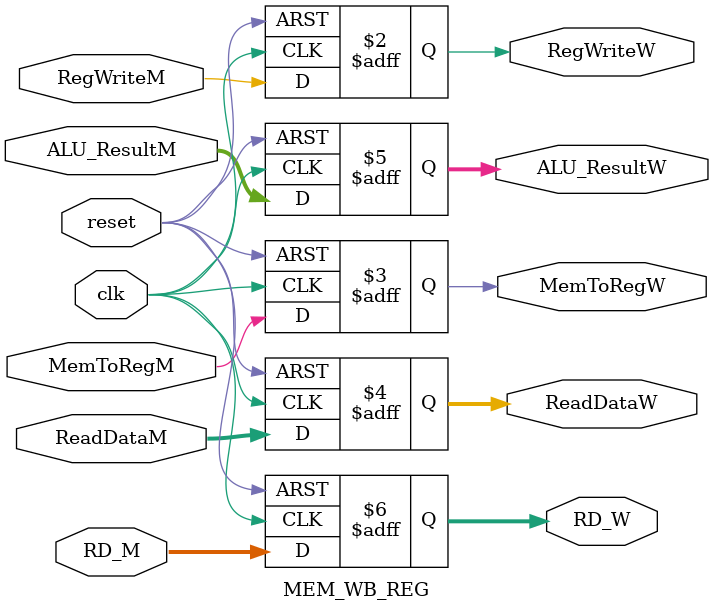
<source format=v>
module MEM_WB_REG (
    input clk,
    input reset,
    input RegWriteM,
    input MemToRegM,
    input [63:0] ReadDataM,
    input [63:0] ALU_ResultM,
    input [4:0] RD_M,
    output reg RegWriteW,
    output reg MemToRegW,
    output reg [63:0] ReadDataW,
    output reg [63:0] ALU_ResultW,
    output reg [4:0] RD_W
);

  always @(posedge clk or posedge reset) begin
    if (reset) begin
      RegWriteW <= 0;
      MemToRegW <= 0;
      ReadDataW <= 64'b0;
      ALU_ResultW <= 64'b0;
      RD_W <= 5'b0;
    end else begin
      RegWriteW <= RegWriteM;
      MemToRegW <= MemToRegM;
      ReadDataW <= ReadDataM;
      ALU_ResultW <= ALU_ResultM;
      RD_W <= RD_M;
    end
  end

endmodule

</source>
